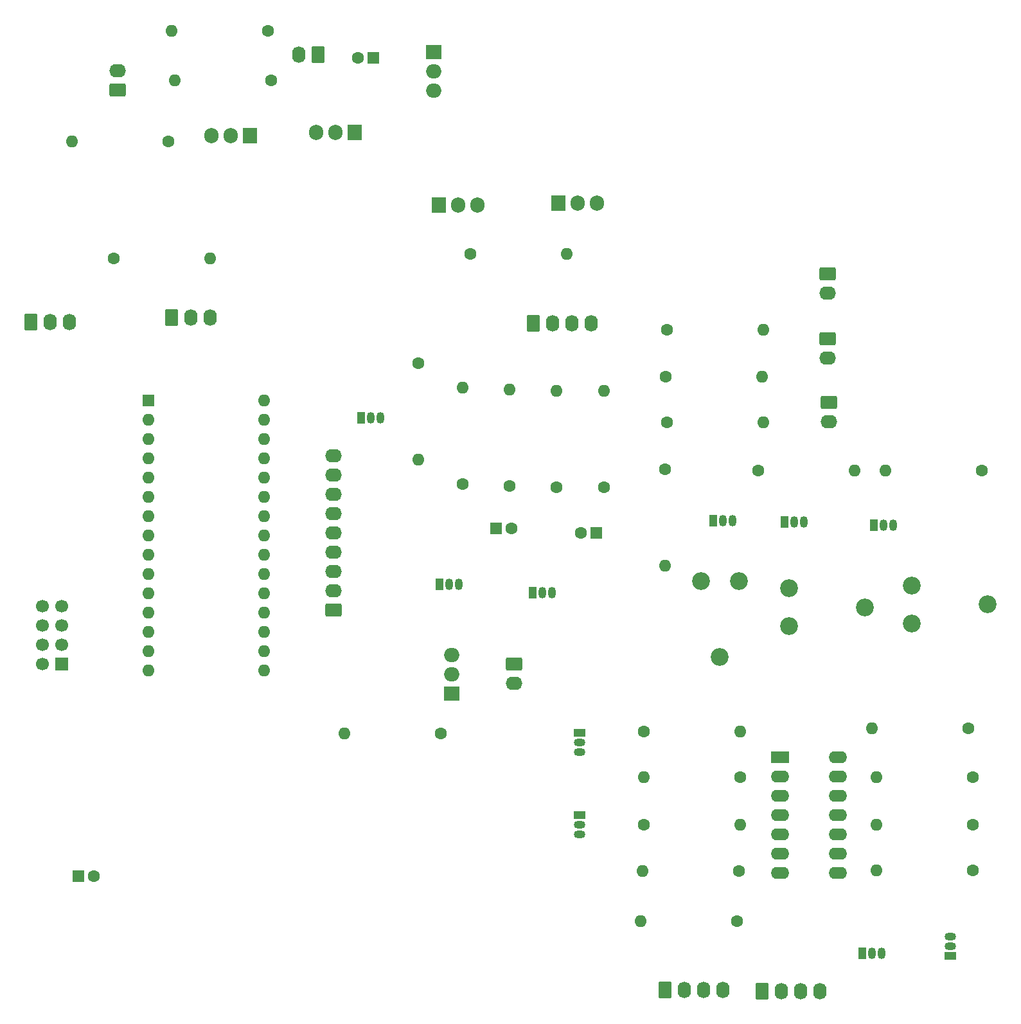
<source format=gbs>
G04 #@! TF.GenerationSoftware,KiCad,Pcbnew,8.0.3*
G04 #@! TF.CreationDate,2024-07-07T22:19:34-04:00*
G04 #@! TF.ProjectId,Aplicaciones Car RC,41706c69-6361-4636-996f-6e6573204361,rev?*
G04 #@! TF.SameCoordinates,Original*
G04 #@! TF.FileFunction,Soldermask,Bot*
G04 #@! TF.FilePolarity,Negative*
%FSLAX46Y46*%
G04 Gerber Fmt 4.6, Leading zero omitted, Abs format (unit mm)*
G04 Created by KiCad (PCBNEW 8.0.3) date 2024-07-07 22:19:34*
%MOMM*%
%LPD*%
G01*
G04 APERTURE LIST*
G04 Aperture macros list*
%AMRoundRect*
0 Rectangle with rounded corners*
0 $1 Rounding radius*
0 $2 $3 $4 $5 $6 $7 $8 $9 X,Y pos of 4 corners*
0 Add a 4 corners polygon primitive as box body*
4,1,4,$2,$3,$4,$5,$6,$7,$8,$9,$2,$3,0*
0 Add four circle primitives for the rounded corners*
1,1,$1+$1,$2,$3*
1,1,$1+$1,$4,$5*
1,1,$1+$1,$6,$7*
1,1,$1+$1,$8,$9*
0 Add four rect primitives between the rounded corners*
20,1,$1+$1,$2,$3,$4,$5,0*
20,1,$1+$1,$4,$5,$6,$7,0*
20,1,$1+$1,$6,$7,$8,$9,0*
20,1,$1+$1,$8,$9,$2,$3,0*%
G04 Aperture macros list end*
%ADD10R,1.050000X1.500000*%
%ADD11O,1.050000X1.500000*%
%ADD12RoundRect,0.250000X-0.620000X-0.845000X0.620000X-0.845000X0.620000X0.845000X-0.620000X0.845000X0*%
%ADD13O,1.740000X2.190000*%
%ADD14C,2.340000*%
%ADD15C,1.600000*%
%ADD16O,1.600000X1.600000*%
%ADD17R,1.600000X1.600000*%
%ADD18R,1.905000X2.000000*%
%ADD19O,1.905000X2.000000*%
%ADD20RoundRect,0.250000X0.620000X0.845000X-0.620000X0.845000X-0.620000X-0.845000X0.620000X-0.845000X0*%
%ADD21RoundRect,0.250000X-0.845000X0.620000X-0.845000X-0.620000X0.845000X-0.620000X0.845000X0.620000X0*%
%ADD22O,2.190000X1.740000*%
%ADD23RoundRect,0.250000X0.845000X-0.620000X0.845000X0.620000X-0.845000X0.620000X-0.845000X-0.620000X0*%
%ADD24R,2.000000X1.905000*%
%ADD25O,2.000000X1.905000*%
%ADD26R,1.700000X1.700000*%
%ADD27C,1.700000*%
%ADD28R,2.400000X1.600000*%
%ADD29O,2.400000X1.600000*%
%ADD30R,1.500000X1.050000*%
%ADD31O,1.500000X1.050000*%
G04 APERTURE END LIST*
D10*
X151030000Y-88135000D03*
D11*
X152300000Y-88135000D03*
X153570000Y-88135000D03*
D12*
X51720000Y-61800000D03*
D13*
X54260000Y-61800000D03*
X56800000Y-61800000D03*
D10*
X117860000Y-97400000D03*
D11*
X119130000Y-97400000D03*
X120400000Y-97400000D03*
D14*
X167800000Y-101475000D03*
X177800000Y-98975000D03*
X167800000Y-96475000D03*
D12*
X70260000Y-61220000D03*
D13*
X72800000Y-61220000D03*
X75340000Y-61220000D03*
D15*
X177050000Y-81375000D03*
D16*
X164350000Y-81375000D03*
D15*
X135550000Y-62775000D03*
D16*
X148250000Y-62775000D03*
D15*
X135300000Y-81225000D03*
D16*
X135300000Y-93925000D03*
D15*
X175820000Y-128000000D03*
D16*
X163120000Y-128000000D03*
D15*
X144800000Y-140725000D03*
D16*
X132100000Y-140725000D03*
D17*
X58000000Y-134800000D03*
D15*
X60000000Y-134800000D03*
X127200000Y-83550000D03*
D16*
X127200000Y-70850000D03*
D18*
X94400000Y-36800000D03*
D19*
X91860000Y-36800000D03*
X89320000Y-36800000D03*
D20*
X89540000Y-26600000D03*
D13*
X87000000Y-26600000D03*
D17*
X126200000Y-89600000D03*
D15*
X124200000Y-89600000D03*
X175200000Y-115325000D03*
D16*
X162500000Y-115325000D03*
D15*
X109650000Y-52800000D03*
D16*
X122350000Y-52800000D03*
D21*
X156700000Y-55435000D03*
D22*
X156700000Y-57975000D03*
D15*
X145200000Y-121725000D03*
D16*
X132500000Y-121725000D03*
D15*
X82950000Y-23400000D03*
D16*
X70250000Y-23400000D03*
D18*
X121260000Y-46145000D03*
D19*
X123800000Y-46145000D03*
X126340000Y-46145000D03*
D15*
X175800000Y-121725000D03*
D16*
X163100000Y-121725000D03*
D23*
X63130000Y-31220000D03*
D22*
X63130000Y-28680000D03*
D24*
X104800000Y-26200000D03*
D25*
X104800000Y-28740000D03*
X104800000Y-31280000D03*
D21*
X156700000Y-64035000D03*
D22*
X156700000Y-66575000D03*
D26*
X55789500Y-106825000D03*
D27*
X53249500Y-106825000D03*
X55789500Y-104285000D03*
X53249500Y-104285000D03*
X55789500Y-101745000D03*
X53249500Y-101745000D03*
X55789500Y-99205000D03*
X53249500Y-99205000D03*
D15*
X147550000Y-81375000D03*
D16*
X160250000Y-81375000D03*
D15*
X135550000Y-74975000D03*
D16*
X148250000Y-74975000D03*
D15*
X132500000Y-128000000D03*
D16*
X145200000Y-128000000D03*
D28*
X150450000Y-119100000D03*
D29*
X150450000Y-121640000D03*
X150450000Y-124180000D03*
X150450000Y-126720000D03*
X150450000Y-129260000D03*
X150450000Y-131800000D03*
X150450000Y-134340000D03*
X158070000Y-134340000D03*
X158070000Y-131800000D03*
X158070000Y-129260000D03*
X158070000Y-126720000D03*
X158070000Y-124180000D03*
X158070000Y-121640000D03*
X158070000Y-119100000D03*
D21*
X115400000Y-106860000D03*
D22*
X115400000Y-109400000D03*
D10*
X105530000Y-96360000D03*
D11*
X106800000Y-96360000D03*
X108070000Y-96360000D03*
D15*
X102800000Y-67250000D03*
D16*
X102800000Y-79950000D03*
D15*
X62650000Y-53400000D03*
D16*
X75350000Y-53400000D03*
D15*
X105750000Y-116000000D03*
D16*
X93050000Y-116000000D03*
D30*
X124050000Y-115925000D03*
D31*
X124050000Y-117195000D03*
X124050000Y-118465000D03*
D17*
X113000000Y-89000000D03*
D15*
X115000000Y-89000000D03*
D10*
X95260000Y-74400000D03*
D11*
X96530000Y-74400000D03*
X97800000Y-74400000D03*
D12*
X117920000Y-62000000D03*
D13*
X120460000Y-62000000D03*
X123000000Y-62000000D03*
X125540000Y-62000000D03*
D15*
X145000000Y-134125000D03*
D16*
X132300000Y-134125000D03*
D18*
X80600000Y-37200000D03*
D19*
X78060000Y-37200000D03*
X75520000Y-37200000D03*
D17*
X67190000Y-72150000D03*
D16*
X67190000Y-74690000D03*
X67190000Y-77230000D03*
X67190000Y-79770000D03*
X67190000Y-82310000D03*
X67190000Y-84850000D03*
X67190000Y-87390000D03*
X67190000Y-89930000D03*
X67190000Y-92470000D03*
X67190000Y-95010000D03*
X67190000Y-97550000D03*
X67190000Y-100090000D03*
X67190000Y-102630000D03*
X67190000Y-105170000D03*
X67190000Y-107710000D03*
X82430000Y-107710000D03*
X82430000Y-105170000D03*
X82430000Y-102630000D03*
X82430000Y-100090000D03*
X82430000Y-97550000D03*
X82430000Y-95010000D03*
X82430000Y-92470000D03*
X82430000Y-89930000D03*
X82430000Y-87390000D03*
X82430000Y-84850000D03*
X82430000Y-82310000D03*
X82430000Y-79770000D03*
X82430000Y-77230000D03*
X82430000Y-74690000D03*
X82430000Y-72150000D03*
D15*
X69800000Y-38000000D03*
D16*
X57100000Y-38000000D03*
D30*
X172850000Y-145265000D03*
D31*
X172850000Y-143995000D03*
X172850000Y-142725000D03*
D12*
X148040000Y-149945000D03*
D13*
X150580000Y-149945000D03*
X153120000Y-149945000D03*
X155660000Y-149945000D03*
D15*
X121000000Y-83550000D03*
D16*
X121000000Y-70850000D03*
D15*
X108600000Y-83150000D03*
D16*
X108600000Y-70450000D03*
D24*
X107145000Y-110740000D03*
D25*
X107145000Y-108200000D03*
X107145000Y-105660000D03*
D18*
X105460000Y-46345000D03*
D19*
X108000000Y-46345000D03*
X110540000Y-46345000D03*
D10*
X162760000Y-88575000D03*
D11*
X164030000Y-88575000D03*
X165300000Y-88575000D03*
D30*
X124050000Y-126725000D03*
D31*
X124050000Y-127995000D03*
X124050000Y-129265000D03*
D15*
X175820000Y-134000000D03*
D16*
X163120000Y-134000000D03*
D15*
X114800000Y-83350000D03*
D16*
X114800000Y-70650000D03*
D21*
X156900000Y-72375000D03*
D22*
X156900000Y-74915000D03*
D14*
X140000000Y-95875000D03*
X142500000Y-105875000D03*
X145000000Y-95875000D03*
D23*
X91600000Y-99760000D03*
D22*
X91600000Y-97220000D03*
X91600000Y-94680000D03*
X91600000Y-92140000D03*
X91600000Y-89600000D03*
X91600000Y-87060000D03*
X91600000Y-84520000D03*
X91600000Y-81980000D03*
X91600000Y-79440000D03*
D15*
X83350000Y-30000000D03*
D16*
X70650000Y-30000000D03*
D10*
X161250000Y-144925000D03*
D11*
X162520000Y-144925000D03*
X163790000Y-144925000D03*
D17*
X96800000Y-27000000D03*
D15*
X94800000Y-27000000D03*
X132500000Y-115725000D03*
D16*
X145200000Y-115725000D03*
D10*
X141630000Y-87935000D03*
D11*
X142900000Y-87935000D03*
X144170000Y-87935000D03*
D12*
X135310000Y-149725000D03*
D13*
X137850000Y-149725000D03*
X140390000Y-149725000D03*
X142930000Y-149725000D03*
D14*
X151600000Y-101875000D03*
X161600000Y-99375000D03*
X151600000Y-96875000D03*
D15*
X135350000Y-68975000D03*
D16*
X148050000Y-68975000D03*
M02*

</source>
